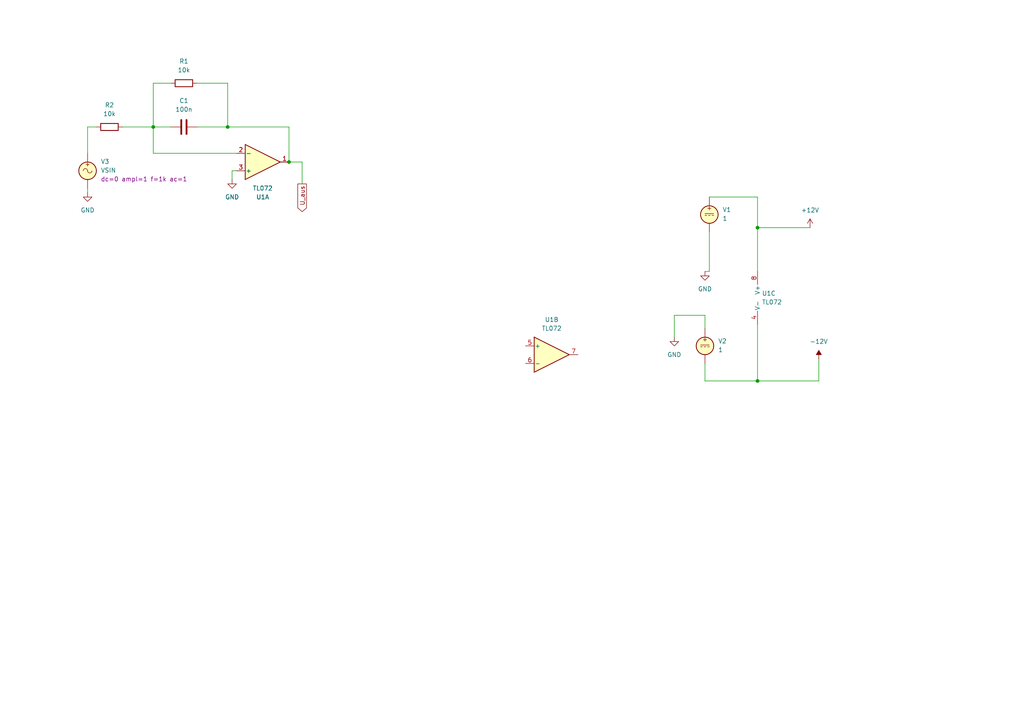
<source format=kicad_sch>
(kicad_sch (version 20230121) (generator eeschema)

  (uuid b35302b3-1aa5-424e-90db-f5cc7fa728aa)

  (paper "A4")

  (lib_symbols
    (symbol "Amplifier_Operational:TL072" (pin_names (offset 0.127)) (in_bom yes) (on_board yes)
      (property "Reference" "U" (at 0 5.08 0)
        (effects (font (size 1.27 1.27)) (justify left))
      )
      (property "Value" "TL072" (at 0 -5.08 0)
        (effects (font (size 1.27 1.27)) (justify left))
      )
      (property "Footprint" "" (at 0 0 0)
        (effects (font (size 1.27 1.27)) hide)
      )
      (property "Datasheet" "http://www.ti.com/lit/ds/symlink/tl071.pdf" (at 0 0 0)
        (effects (font (size 1.27 1.27)) hide)
      )
      (property "ki_locked" "" (at 0 0 0)
        (effects (font (size 1.27 1.27)))
      )
      (property "ki_keywords" "dual opamp" (at 0 0 0)
        (effects (font (size 1.27 1.27)) hide)
      )
      (property "ki_description" "Dual Low-Noise JFET-Input Operational Amplifiers, DIP-8/SOIC-8" (at 0 0 0)
        (effects (font (size 1.27 1.27)) hide)
      )
      (property "ki_fp_filters" "SOIC*3.9x4.9mm*P1.27mm* DIP*W7.62mm* TO*99* OnSemi*Micro8* TSSOP*3x3mm*P0.65mm* TSSOP*4.4x3mm*P0.65mm* MSOP*3x3mm*P0.65mm* SSOP*3.9x4.9mm*P0.635mm* LFCSP*2x2mm*P0.5mm* *SIP* SOIC*5.3x6.2mm*P1.27mm*" (at 0 0 0)
        (effects (font (size 1.27 1.27)) hide)
      )
      (symbol "TL072_1_1"
        (polyline
          (pts
            (xy -5.08 5.08)
            (xy 5.08 0)
            (xy -5.08 -5.08)
            (xy -5.08 5.08)
          )
          (stroke (width 0.254) (type default))
          (fill (type background))
        )
        (pin output line (at 7.62 0 180) (length 2.54)
          (name "~" (effects (font (size 1.27 1.27))))
          (number "1" (effects (font (size 1.27 1.27))))
        )
        (pin input line (at -7.62 -2.54 0) (length 2.54)
          (name "-" (effects (font (size 1.27 1.27))))
          (number "2" (effects (font (size 1.27 1.27))))
        )
        (pin input line (at -7.62 2.54 0) (length 2.54)
          (name "+" (effects (font (size 1.27 1.27))))
          (number "3" (effects (font (size 1.27 1.27))))
        )
      )
      (symbol "TL072_2_1"
        (polyline
          (pts
            (xy -5.08 5.08)
            (xy 5.08 0)
            (xy -5.08 -5.08)
            (xy -5.08 5.08)
          )
          (stroke (width 0.254) (type default))
          (fill (type background))
        )
        (pin input line (at -7.62 2.54 0) (length 2.54)
          (name "+" (effects (font (size 1.27 1.27))))
          (number "5" (effects (font (size 1.27 1.27))))
        )
        (pin input line (at -7.62 -2.54 0) (length 2.54)
          (name "-" (effects (font (size 1.27 1.27))))
          (number "6" (effects (font (size 1.27 1.27))))
        )
        (pin output line (at 7.62 0 180) (length 2.54)
          (name "~" (effects (font (size 1.27 1.27))))
          (number "7" (effects (font (size 1.27 1.27))))
        )
      )
      (symbol "TL072_3_1"
        (pin power_in line (at -2.54 -7.62 90) (length 3.81)
          (name "V-" (effects (font (size 1.27 1.27))))
          (number "4" (effects (font (size 1.27 1.27))))
        )
        (pin power_in line (at -2.54 7.62 270) (length 3.81)
          (name "V+" (effects (font (size 1.27 1.27))))
          (number "8" (effects (font (size 1.27 1.27))))
        )
      )
    )
    (symbol "Device:C" (pin_numbers hide) (pin_names (offset 0.254)) (in_bom yes) (on_board yes)
      (property "Reference" "C" (at 0.635 2.54 0)
        (effects (font (size 1.27 1.27)) (justify left))
      )
      (property "Value" "C" (at 0.635 -2.54 0)
        (effects (font (size 1.27 1.27)) (justify left))
      )
      (property "Footprint" "" (at 0.9652 -3.81 0)
        (effects (font (size 1.27 1.27)) hide)
      )
      (property "Datasheet" "~" (at 0 0 0)
        (effects (font (size 1.27 1.27)) hide)
      )
      (property "ki_keywords" "cap capacitor" (at 0 0 0)
        (effects (font (size 1.27 1.27)) hide)
      )
      (property "ki_description" "Unpolarized capacitor" (at 0 0 0)
        (effects (font (size 1.27 1.27)) hide)
      )
      (property "ki_fp_filters" "C_*" (at 0 0 0)
        (effects (font (size 1.27 1.27)) hide)
      )
      (symbol "C_0_1"
        (polyline
          (pts
            (xy -2.032 -0.762)
            (xy 2.032 -0.762)
          )
          (stroke (width 0.508) (type default))
          (fill (type none))
        )
        (polyline
          (pts
            (xy -2.032 0.762)
            (xy 2.032 0.762)
          )
          (stroke (width 0.508) (type default))
          (fill (type none))
        )
      )
      (symbol "C_1_1"
        (pin passive line (at 0 3.81 270) (length 2.794)
          (name "~" (effects (font (size 1.27 1.27))))
          (number "1" (effects (font (size 1.27 1.27))))
        )
        (pin passive line (at 0 -3.81 90) (length 2.794)
          (name "~" (effects (font (size 1.27 1.27))))
          (number "2" (effects (font (size 1.27 1.27))))
        )
      )
    )
    (symbol "Device:R" (pin_numbers hide) (pin_names (offset 0)) (in_bom yes) (on_board yes)
      (property "Reference" "R" (at 2.032 0 90)
        (effects (font (size 1.27 1.27)))
      )
      (property "Value" "R" (at 0 0 90)
        (effects (font (size 1.27 1.27)))
      )
      (property "Footprint" "" (at -1.778 0 90)
        (effects (font (size 1.27 1.27)) hide)
      )
      (property "Datasheet" "~" (at 0 0 0)
        (effects (font (size 1.27 1.27)) hide)
      )
      (property "ki_keywords" "R res resistor" (at 0 0 0)
        (effects (font (size 1.27 1.27)) hide)
      )
      (property "ki_description" "Resistor" (at 0 0 0)
        (effects (font (size 1.27 1.27)) hide)
      )
      (property "ki_fp_filters" "R_*" (at 0 0 0)
        (effects (font (size 1.27 1.27)) hide)
      )
      (symbol "R_0_1"
        (rectangle (start -1.016 -2.54) (end 1.016 2.54)
          (stroke (width 0.254) (type default))
          (fill (type none))
        )
      )
      (symbol "R_1_1"
        (pin passive line (at 0 3.81 270) (length 1.27)
          (name "~" (effects (font (size 1.27 1.27))))
          (number "1" (effects (font (size 1.27 1.27))))
        )
        (pin passive line (at 0 -3.81 90) (length 1.27)
          (name "~" (effects (font (size 1.27 1.27))))
          (number "2" (effects (font (size 1.27 1.27))))
        )
      )
    )
    (symbol "Simulation_SPICE:VDC" (pin_numbers hide) (pin_names (offset 0.0254)) (in_bom yes) (on_board yes)
      (property "Reference" "V" (at 2.54 2.54 0)
        (effects (font (size 1.27 1.27)) (justify left))
      )
      (property "Value" "1" (at 2.54 0 0)
        (effects (font (size 1.27 1.27)) (justify left))
      )
      (property "Footprint" "" (at 0 0 0)
        (effects (font (size 1.27 1.27)) hide)
      )
      (property "Datasheet" "~" (at 0 0 0)
        (effects (font (size 1.27 1.27)) hide)
      )
      (property "Sim.Pins" "1=+ 2=-" (at 0 0 0)
        (effects (font (size 1.27 1.27)) hide)
      )
      (property "Sim.Type" "DC" (at 0 0 0)
        (effects (font (size 1.27 1.27)) hide)
      )
      (property "Sim.Device" "V" (at 0 0 0)
        (effects (font (size 1.27 1.27)) (justify left) hide)
      )
      (property "ki_keywords" "simulation" (at 0 0 0)
        (effects (font (size 1.27 1.27)) hide)
      )
      (property "ki_description" "Voltage source, DC" (at 0 0 0)
        (effects (font (size 1.27 1.27)) hide)
      )
      (symbol "VDC_0_0"
        (polyline
          (pts
            (xy -1.27 0.254)
            (xy 1.27 0.254)
          )
          (stroke (width 0) (type default))
          (fill (type none))
        )
        (polyline
          (pts
            (xy -0.762 -0.254)
            (xy -1.27 -0.254)
          )
          (stroke (width 0) (type default))
          (fill (type none))
        )
        (polyline
          (pts
            (xy 0.254 -0.254)
            (xy -0.254 -0.254)
          )
          (stroke (width 0) (type default))
          (fill (type none))
        )
        (polyline
          (pts
            (xy 1.27 -0.254)
            (xy 0.762 -0.254)
          )
          (stroke (width 0) (type default))
          (fill (type none))
        )
        (text "+" (at 0 1.905 0)
          (effects (font (size 1.27 1.27)))
        )
      )
      (symbol "VDC_0_1"
        (circle (center 0 0) (radius 2.54)
          (stroke (width 0.254) (type default))
          (fill (type background))
        )
      )
      (symbol "VDC_1_1"
        (pin passive line (at 0 5.08 270) (length 2.54)
          (name "~" (effects (font (size 1.27 1.27))))
          (number "1" (effects (font (size 1.27 1.27))))
        )
        (pin passive line (at 0 -5.08 90) (length 2.54)
          (name "~" (effects (font (size 1.27 1.27))))
          (number "2" (effects (font (size 1.27 1.27))))
        )
      )
    )
    (symbol "Simulation_SPICE:VSIN" (pin_numbers hide) (pin_names (offset 0.0254)) (in_bom yes) (on_board yes)
      (property "Reference" "V" (at 2.54 2.54 0)
        (effects (font (size 1.27 1.27)) (justify left))
      )
      (property "Value" "VSIN" (at 2.54 0 0)
        (effects (font (size 1.27 1.27)) (justify left))
      )
      (property "Footprint" "" (at 0 0 0)
        (effects (font (size 1.27 1.27)) hide)
      )
      (property "Datasheet" "~" (at 0 0 0)
        (effects (font (size 1.27 1.27)) hide)
      )
      (property "Sim.Pins" "1=+ 2=-" (at 0 0 0)
        (effects (font (size 1.27 1.27)) hide)
      )
      (property "Sim.Params" "dc=0 ampl=1 f=1k ac=1" (at 2.54 -2.54 0)
        (effects (font (size 1.27 1.27)) (justify left))
      )
      (property "Sim.Type" "SIN" (at 0 0 0)
        (effects (font (size 1.27 1.27)) hide)
      )
      (property "Sim.Device" "V" (at 0 0 0)
        (effects (font (size 1.27 1.27)) (justify left) hide)
      )
      (property "ki_keywords" "simulation ac vac" (at 0 0 0)
        (effects (font (size 1.27 1.27)) hide)
      )
      (property "ki_description" "Voltage source, sinusoidal" (at 0 0 0)
        (effects (font (size 1.27 1.27)) hide)
      )
      (symbol "VSIN_0_0"
        (arc (start 0 0) (mid -0.635 0.6323) (end -1.27 0)
          (stroke (width 0) (type default))
          (fill (type none))
        )
        (arc (start 0 0) (mid 0.635 -0.6323) (end 1.27 0)
          (stroke (width 0) (type default))
          (fill (type none))
        )
        (text "+" (at 0 1.905 0)
          (effects (font (size 1.27 1.27)))
        )
      )
      (symbol "VSIN_0_1"
        (circle (center 0 0) (radius 2.54)
          (stroke (width 0.254) (type default))
          (fill (type background))
        )
      )
      (symbol "VSIN_1_1"
        (pin passive line (at 0 5.08 270) (length 2.54)
          (name "~" (effects (font (size 1.27 1.27))))
          (number "1" (effects (font (size 1.27 1.27))))
        )
        (pin passive line (at 0 -5.08 90) (length 2.54)
          (name "~" (effects (font (size 1.27 1.27))))
          (number "2" (effects (font (size 1.27 1.27))))
        )
      )
    )
    (symbol "power:+12V" (power) (pin_names (offset 0)) (in_bom yes) (on_board yes)
      (property "Reference" "#PWR" (at 0 -3.81 0)
        (effects (font (size 1.27 1.27)) hide)
      )
      (property "Value" "+12V" (at 0 3.556 0)
        (effects (font (size 1.27 1.27)))
      )
      (property "Footprint" "" (at 0 0 0)
        (effects (font (size 1.27 1.27)) hide)
      )
      (property "Datasheet" "" (at 0 0 0)
        (effects (font (size 1.27 1.27)) hide)
      )
      (property "ki_keywords" "global power" (at 0 0 0)
        (effects (font (size 1.27 1.27)) hide)
      )
      (property "ki_description" "Power symbol creates a global label with name \"+12V\"" (at 0 0 0)
        (effects (font (size 1.27 1.27)) hide)
      )
      (symbol "+12V_0_1"
        (polyline
          (pts
            (xy -0.762 1.27)
            (xy 0 2.54)
          )
          (stroke (width 0) (type default))
          (fill (type none))
        )
        (polyline
          (pts
            (xy 0 0)
            (xy 0 2.54)
          )
          (stroke (width 0) (type default))
          (fill (type none))
        )
        (polyline
          (pts
            (xy 0 2.54)
            (xy 0.762 1.27)
          )
          (stroke (width 0) (type default))
          (fill (type none))
        )
      )
      (symbol "+12V_1_1"
        (pin power_in line (at 0 0 90) (length 0) hide
          (name "+12V" (effects (font (size 1.27 1.27))))
          (number "1" (effects (font (size 1.27 1.27))))
        )
      )
    )
    (symbol "power:-12V" (power) (pin_names (offset 0)) (in_bom yes) (on_board yes)
      (property "Reference" "#PWR" (at 0 2.54 0)
        (effects (font (size 1.27 1.27)) hide)
      )
      (property "Value" "-12V" (at 0 3.81 0)
        (effects (font (size 1.27 1.27)))
      )
      (property "Footprint" "" (at 0 0 0)
        (effects (font (size 1.27 1.27)) hide)
      )
      (property "Datasheet" "" (at 0 0 0)
        (effects (font (size 1.27 1.27)) hide)
      )
      (property "ki_keywords" "global power" (at 0 0 0)
        (effects (font (size 1.27 1.27)) hide)
      )
      (property "ki_description" "Power symbol creates a global label with name \"-12V\"" (at 0 0 0)
        (effects (font (size 1.27 1.27)) hide)
      )
      (symbol "-12V_0_0"
        (pin power_in line (at 0 0 90) (length 0) hide
          (name "-12V" (effects (font (size 1.27 1.27))))
          (number "1" (effects (font (size 1.27 1.27))))
        )
      )
      (symbol "-12V_0_1"
        (polyline
          (pts
            (xy 0 0)
            (xy 0 1.27)
            (xy 0.762 1.27)
            (xy 0 2.54)
            (xy -0.762 1.27)
            (xy 0 1.27)
          )
          (stroke (width 0) (type default))
          (fill (type outline))
        )
      )
    )
    (symbol "power:GND" (power) (pin_names (offset 0)) (in_bom yes) (on_board yes)
      (property "Reference" "#PWR" (at 0 -6.35 0)
        (effects (font (size 1.27 1.27)) hide)
      )
      (property "Value" "GND" (at 0 -3.81 0)
        (effects (font (size 1.27 1.27)))
      )
      (property "Footprint" "" (at 0 0 0)
        (effects (font (size 1.27 1.27)) hide)
      )
      (property "Datasheet" "" (at 0 0 0)
        (effects (font (size 1.27 1.27)) hide)
      )
      (property "ki_keywords" "global power" (at 0 0 0)
        (effects (font (size 1.27 1.27)) hide)
      )
      (property "ki_description" "Power symbol creates a global label with name \"GND\" , ground" (at 0 0 0)
        (effects (font (size 1.27 1.27)) hide)
      )
      (symbol "GND_0_1"
        (polyline
          (pts
            (xy 0 0)
            (xy 0 -1.27)
            (xy 1.27 -1.27)
            (xy 0 -2.54)
            (xy -1.27 -1.27)
            (xy 0 -1.27)
          )
          (stroke (width 0) (type default))
          (fill (type none))
        )
      )
      (symbol "GND_1_1"
        (pin power_in line (at 0 0 270) (length 0) hide
          (name "GND" (effects (font (size 1.27 1.27))))
          (number "1" (effects (font (size 1.27 1.27))))
        )
      )
    )
  )

  (junction (at 83.82 46.99) (diameter 0) (color 0 0 0 0)
    (uuid 2f4c57e7-b8aa-412c-946d-335a3daeaf7a)
  )
  (junction (at 66.04 36.83) (diameter 0) (color 0 0 0 0)
    (uuid 7d00fe75-101e-4fa2-842c-7e26a484b9c2)
  )
  (junction (at 44.45 36.83) (diameter 0) (color 0 0 0 0)
    (uuid 85552932-a483-417b-b2cc-6ad1326e1b5a)
  )
  (junction (at 219.71 66.04) (diameter 0) (color 0 0 0 0)
    (uuid a5630828-7689-4b97-a0ad-d0b2cbc1a523)
  )
  (junction (at 219.71 110.49) (diameter 0) (color 0 0 0 0)
    (uuid dba356ba-c624-4718-bce8-7b455969f408)
  )

  (wire (pts (xy 219.71 93.98) (xy 219.71 110.49))
    (stroke (width 0) (type default))
    (uuid 0374a3cd-b30b-42fe-bfa6-82a1a93be16e)
  )
  (wire (pts (xy 219.71 66.04) (xy 219.71 78.74))
    (stroke (width 0) (type default))
    (uuid 08e8276b-d8a8-4b4e-843e-742a8d957748)
  )
  (wire (pts (xy 67.31 49.53) (xy 67.31 52.07))
    (stroke (width 0) (type default))
    (uuid 0e1db4fa-68ac-451b-a7b1-a98b9a750f3e)
  )
  (wire (pts (xy 205.74 67.31) (xy 205.74 78.74))
    (stroke (width 0) (type default))
    (uuid 136041ae-df53-4671-9d1f-ae0b41fb7523)
  )
  (wire (pts (xy 66.04 24.13) (xy 66.04 36.83))
    (stroke (width 0) (type default))
    (uuid 1b16ec24-d335-4afd-8fb9-da588aedc27b)
  )
  (wire (pts (xy 195.58 91.44) (xy 204.47 91.44))
    (stroke (width 0) (type default))
    (uuid 2bc31e9f-532f-4edf-ab21-dd20bca4504e)
  )
  (wire (pts (xy 68.58 49.53) (xy 67.31 49.53))
    (stroke (width 0) (type default))
    (uuid 3b7b47a6-b7a2-432a-b744-13c679e8a8a8)
  )
  (wire (pts (xy 25.4 44.45) (xy 25.4 36.83))
    (stroke (width 0) (type default))
    (uuid 3c050c3c-3a6d-4df6-b11d-12f26f6a8072)
  )
  (wire (pts (xy 87.63 53.34) (xy 87.63 46.99))
    (stroke (width 0) (type default))
    (uuid 3cb93c61-b4e5-4b93-94b7-df87113de55e)
  )
  (wire (pts (xy 25.4 36.83) (xy 27.94 36.83))
    (stroke (width 0) (type default))
    (uuid 53b6def5-4807-4f25-a564-30204320a457)
  )
  (wire (pts (xy 35.56 36.83) (xy 44.45 36.83))
    (stroke (width 0) (type default))
    (uuid 58a98d26-8cf3-4292-a1c0-ea92c23bb43a)
  )
  (wire (pts (xy 57.15 24.13) (xy 66.04 24.13))
    (stroke (width 0) (type default))
    (uuid 60c267a8-e138-459f-a704-e226f342a225)
  )
  (wire (pts (xy 219.71 57.15) (xy 219.71 66.04))
    (stroke (width 0) (type default))
    (uuid 75c60956-82c2-402f-b1e4-d6c1b1da5803)
  )
  (wire (pts (xy 204.47 105.41) (xy 204.47 110.49))
    (stroke (width 0) (type default))
    (uuid 86225915-d1ae-4d7e-bf66-20e72c478d37)
  )
  (wire (pts (xy 25.4 54.61) (xy 25.4 55.88))
    (stroke (width 0) (type default))
    (uuid 925a1746-652b-4398-9932-a5ff2c8cdd08)
  )
  (wire (pts (xy 44.45 24.13) (xy 44.45 36.83))
    (stroke (width 0) (type default))
    (uuid 9896c0c1-aa4d-402f-b7d4-20e3d5a76c60)
  )
  (wire (pts (xy 195.58 97.79) (xy 195.58 91.44))
    (stroke (width 0) (type default))
    (uuid 9ed1ace5-2d47-4584-b3cf-f0e5215a243b)
  )
  (wire (pts (xy 87.63 46.99) (xy 83.82 46.99))
    (stroke (width 0) (type default))
    (uuid 9f925df9-abac-4c77-b4ed-0489db8d138f)
  )
  (wire (pts (xy 237.49 104.14) (xy 237.49 110.49))
    (stroke (width 0) (type default))
    (uuid a20e497f-eef1-440f-abd8-b107816991c0)
  )
  (wire (pts (xy 204.47 110.49) (xy 219.71 110.49))
    (stroke (width 0) (type default))
    (uuid a78de50b-0997-4128-b16d-b166abfda587)
  )
  (wire (pts (xy 44.45 36.83) (xy 49.53 36.83))
    (stroke (width 0) (type default))
    (uuid ab2c6c6a-68d6-4436-bc0e-d14ab782e337)
  )
  (wire (pts (xy 205.74 57.15) (xy 219.71 57.15))
    (stroke (width 0) (type default))
    (uuid ac35b778-940f-4379-88cb-54147a366a3d)
  )
  (wire (pts (xy 83.82 46.99) (xy 83.82 36.83))
    (stroke (width 0) (type default))
    (uuid b24fd36d-2353-4c09-80b8-18baeedc5bb9)
  )
  (wire (pts (xy 205.74 78.74) (xy 204.47 78.74))
    (stroke (width 0) (type default))
    (uuid b320747e-9bb8-48a0-b5be-0eb7241b0347)
  )
  (wire (pts (xy 44.45 44.45) (xy 44.45 36.83))
    (stroke (width 0) (type default))
    (uuid bb799281-b2fe-4e16-a57b-fa6cbe35766d)
  )
  (wire (pts (xy 204.47 91.44) (xy 204.47 95.25))
    (stroke (width 0) (type default))
    (uuid c422abba-f4fe-4a37-a5a2-daa4b55517c3)
  )
  (wire (pts (xy 44.45 44.45) (xy 68.58 44.45))
    (stroke (width 0) (type default))
    (uuid ce47ed80-e280-4631-a831-388dcc4a1885)
  )
  (wire (pts (xy 234.95 66.04) (xy 219.71 66.04))
    (stroke (width 0) (type default))
    (uuid d686c4a6-2df3-47ac-9128-956411154f27)
  )
  (wire (pts (xy 66.04 36.83) (xy 83.82 36.83))
    (stroke (width 0) (type default))
    (uuid d692aeb2-00d8-43ab-a383-0a64304d78f8)
  )
  (wire (pts (xy 57.15 36.83) (xy 66.04 36.83))
    (stroke (width 0) (type default))
    (uuid dae1f0cd-0bdf-4fdb-b15e-f2a631d08960)
  )
  (wire (pts (xy 219.71 110.49) (xy 237.49 110.49))
    (stroke (width 0) (type default))
    (uuid ed191166-bb5f-43f8-996c-d9fac0bc879f)
  )
  (wire (pts (xy 49.53 24.13) (xy 44.45 24.13))
    (stroke (width 0) (type default))
    (uuid f3499c26-18ad-4952-a12b-f5ef847bc6b0)
  )

  (global_label "U_aus" (shape output) (at 87.63 53.34 270) (fields_autoplaced)
    (effects (font (size 1.27 1.27)) (justify right))
    (uuid e0eb98a4-4f6b-4158-97db-c02b11f7e634)
    (property "Intersheetrefs" "${INTERSHEET_REFS}" (at 87.63 61.9494 90)
      (effects (font (size 1.27 1.27)) (justify right) hide)
    )
  )

  (symbol (lib_id "Simulation_SPICE:VDC") (at 204.47 100.33 0) (unit 1)
    (in_bom yes) (on_board yes) (dnp no) (fields_autoplaced)
    (uuid 113d6512-223c-4c04-84dd-a3a850af6c4b)
    (property "Reference" "V2" (at 208.28 98.9302 0)
      (effects (font (size 1.27 1.27)) (justify left))
    )
    (property "Value" "1" (at 208.28 101.4702 0)
      (effects (font (size 1.27 1.27)) (justify left))
    )
    (property "Footprint" "" (at 204.47 100.33 0)
      (effects (font (size 1.27 1.27)) hide)
    )
    (property "Datasheet" "~" (at 204.47 100.33 0)
      (effects (font (size 1.27 1.27)) hide)
    )
    (property "Sim.Pins" "1=+ 2=-" (at 204.47 100.33 0)
      (effects (font (size 1.27 1.27)) hide)
    )
    (property "Sim.Type" "DC" (at 204.47 100.33 0)
      (effects (font (size 1.27 1.27)) hide)
    )
    (property "Sim.Device" "V" (at 204.47 100.33 0)
      (effects (font (size 1.27 1.27)) (justify left) hide)
    )
    (pin "2" (uuid c50c0891-4acc-43e3-9126-c78092b37a03))
    (pin "1" (uuid ff971652-b40c-4f81-a535-65d8ec67796c))
    (instances
      (project "TiefpassAktiv"
        (path "/b35302b3-1aa5-424e-90db-f5cc7fa728aa"
          (reference "V2") (unit 1)
        )
      )
    )
  )

  (symbol (lib_id "power:GND") (at 25.4 55.88 0) (unit 1)
    (in_bom yes) (on_board yes) (dnp no) (fields_autoplaced)
    (uuid 200a7fc5-ca17-4da0-8f9e-636af09fad05)
    (property "Reference" "#PWR03" (at 25.4 62.23 0)
      (effects (font (size 1.27 1.27)) hide)
    )
    (property "Value" "GND" (at 25.4 60.96 0)
      (effects (font (size 1.27 1.27)))
    )
    (property "Footprint" "" (at 25.4 55.88 0)
      (effects (font (size 1.27 1.27)) hide)
    )
    (property "Datasheet" "" (at 25.4 55.88 0)
      (effects (font (size 1.27 1.27)) hide)
    )
    (pin "1" (uuid 423e5fab-fb73-4a20-b68d-fbbada6a34b8))
    (instances
      (project "TiefpassAktiv"
        (path "/b35302b3-1aa5-424e-90db-f5cc7fa728aa"
          (reference "#PWR03") (unit 1)
        )
      )
    )
  )

  (symbol (lib_id "Device:R") (at 53.34 24.13 90) (unit 1)
    (in_bom yes) (on_board yes) (dnp no) (fields_autoplaced)
    (uuid 20d11dba-40dc-4ac5-8c5f-8b7b4e8c8b39)
    (property "Reference" "R1" (at 53.34 17.78 90)
      (effects (font (size 1.27 1.27)))
    )
    (property "Value" "10k" (at 53.34 20.32 90)
      (effects (font (size 1.27 1.27)))
    )
    (property "Footprint" "" (at 53.34 25.908 90)
      (effects (font (size 1.27 1.27)) hide)
    )
    (property "Datasheet" "~" (at 53.34 24.13 0)
      (effects (font (size 1.27 1.27)) hide)
    )
    (pin "2" (uuid d103e0d3-4030-49a4-a2c9-e2ed626cc660))
    (pin "1" (uuid a5fac6ce-2488-4951-a542-5481ffdfa56b))
    (instances
      (project "TiefpassAktiv"
        (path "/b35302b3-1aa5-424e-90db-f5cc7fa728aa"
          (reference "R1") (unit 1)
        )
      )
    )
  )

  (symbol (lib_id "Simulation_SPICE:VDC") (at 205.74 62.23 0) (unit 1)
    (in_bom yes) (on_board yes) (dnp no) (fields_autoplaced)
    (uuid 23ab169e-d387-4e2d-9a48-003cdab5503c)
    (property "Reference" "V1" (at 209.55 60.8302 0)
      (effects (font (size 1.27 1.27)) (justify left))
    )
    (property "Value" "1" (at 209.55 63.3702 0)
      (effects (font (size 1.27 1.27)) (justify left))
    )
    (property "Footprint" "" (at 205.74 62.23 0)
      (effects (font (size 1.27 1.27)) hide)
    )
    (property "Datasheet" "~" (at 205.74 62.23 0)
      (effects (font (size 1.27 1.27)) hide)
    )
    (property "Sim.Pins" "1=+ 2=-" (at 205.74 62.23 0)
      (effects (font (size 1.27 1.27)) hide)
    )
    (property "Sim.Type" "DC" (at 205.74 62.23 0)
      (effects (font (size 1.27 1.27)) hide)
    )
    (property "Sim.Device" "V" (at 205.74 62.23 0)
      (effects (font (size 1.27 1.27)) (justify left) hide)
    )
    (pin "2" (uuid aad311b6-7f47-49f5-952a-e818f5713edc))
    (pin "1" (uuid 72290c95-1fa9-4dab-b990-6d8fd493df53))
    (instances
      (project "TiefpassAktiv"
        (path "/b35302b3-1aa5-424e-90db-f5cc7fa728aa"
          (reference "V1") (unit 1)
        )
      )
    )
  )

  (symbol (lib_id "Device:C") (at 53.34 36.83 90) (unit 1)
    (in_bom yes) (on_board yes) (dnp no) (fields_autoplaced)
    (uuid 3c4798b9-0895-4048-b10d-edcfbedb78d3)
    (property "Reference" "C1" (at 53.34 29.21 90)
      (effects (font (size 1.27 1.27)))
    )
    (property "Value" "100n" (at 53.34 31.75 90)
      (effects (font (size 1.27 1.27)))
    )
    (property "Footprint" "" (at 57.15 35.8648 0)
      (effects (font (size 1.27 1.27)) hide)
    )
    (property "Datasheet" "~" (at 53.34 36.83 0)
      (effects (font (size 1.27 1.27)) hide)
    )
    (pin "2" (uuid 1baef556-7191-4af3-8f29-8511ffc86858))
    (pin "1" (uuid 7482db6f-4d08-4a66-8e5a-e2d5a544c3b1))
    (instances
      (project "TiefpassAktiv"
        (path "/b35302b3-1aa5-424e-90db-f5cc7fa728aa"
          (reference "C1") (unit 1)
        )
      )
    )
  )

  (symbol (lib_id "Amplifier_Operational:TL072") (at 222.25 86.36 0) (unit 3)
    (in_bom yes) (on_board yes) (dnp no) (fields_autoplaced)
    (uuid 406a98c9-331b-447b-b8d3-23bd0edcc3c0)
    (property "Reference" "U1" (at 220.98 85.09 0)
      (effects (font (size 1.27 1.27)) (justify left))
    )
    (property "Value" "TL072" (at 220.98 87.63 0)
      (effects (font (size 1.27 1.27)) (justify left))
    )
    (property "Footprint" "" (at 222.25 86.36 0)
      (effects (font (size 1.27 1.27)) hide)
    )
    (property "Datasheet" "http://www.ti.com/lit/ds/symlink/tl071.pdf" (at 222.25 86.36 0)
      (effects (font (size 1.27 1.27)) hide)
    )
    (property "Sim.Library" "TL072-dual.lib" (at 222.25 86.36 0)
      (effects (font (size 1.27 1.27)) hide)
    )
    (property "Sim.Name" "TL072c" (at 222.25 86.36 0)
      (effects (font (size 1.27 1.27)) hide)
    )
    (property "Sim.Device" "SUBCKT" (at 222.25 86.36 0)
      (effects (font (size 1.27 1.27)) hide)
    )
    (property "Sim.Pins" "1=1out 2=1in- 3=1in+ 4=vcc- 5=2in+ 6=2in- 7=2out 8=vcc+" (at 222.25 86.36 0)
      (effects (font (size 1.27 1.27)) hide)
    )
    (pin "1" (uuid 4656fd70-2ca1-49ec-9f89-156c6fbe8875))
    (pin "6" (uuid 66a902a4-9b01-46de-9f50-c96184fd7914))
    (pin "4" (uuid edecfdde-6efa-4657-8c48-24a746d61dfe))
    (pin "3" (uuid b467f47e-a94f-48f3-bfa9-10981c35931b))
    (pin "2" (uuid 4c86c15a-29ab-427c-9fdf-c10e912adc12))
    (pin "5" (uuid 01d2a251-e2ca-4137-97ff-c60209863518))
    (pin "8" (uuid 4af78e3b-c301-4034-bb4a-f9e4278a45a6))
    (pin "7" (uuid 86a2f517-de06-400b-9888-a463ad573733))
    (instances
      (project "TiefpassAktiv"
        (path "/b35302b3-1aa5-424e-90db-f5cc7fa728aa"
          (reference "U1") (unit 3)
        )
      )
    )
  )

  (symbol (lib_id "Amplifier_Operational:TL072") (at 76.2 46.99 0) (mirror x) (unit 1)
    (in_bom yes) (on_board yes) (dnp no)
    (uuid 4ecd0a30-07e8-4620-81fb-ddcd394adb37)
    (property "Reference" "U1" (at 76.2 57.15 0)
      (effects (font (size 1.27 1.27)))
    )
    (property "Value" "TL072" (at 76.2 54.61 0)
      (effects (font (size 1.27 1.27)))
    )
    (property "Footprint" "" (at 76.2 46.99 0)
      (effects (font (size 1.27 1.27)) hide)
    )
    (property "Datasheet" "http://www.ti.com/lit/ds/symlink/tl071.pdf" (at 76.2 46.99 0)
      (effects (font (size 1.27 1.27)) hide)
    )
    (property "Sim.Library" "TL072-dual.lib" (at 76.2 46.99 0)
      (effects (font (size 1.27 1.27)) hide)
    )
    (property "Sim.Name" "TL072c" (at 76.2 46.99 0)
      (effects (font (size 1.27 1.27)) hide)
    )
    (property "Sim.Device" "SUBCKT" (at 76.2 46.99 0)
      (effects (font (size 1.27 1.27)) hide)
    )
    (property "Sim.Pins" "1=1out 2=1in- 3=1in+ 4=vcc- 5=2in+ 6=2in- 7=2out 8=vcc+" (at 76.2 46.99 0)
      (effects (font (size 1.27 1.27)) hide)
    )
    (pin "1" (uuid 4656fd70-2ca1-49ec-9f89-156c6fbe8875))
    (pin "6" (uuid 66a902a4-9b01-46de-9f50-c96184fd7914))
    (pin "4" (uuid edecfdde-6efa-4657-8c48-24a746d61dfe))
    (pin "3" (uuid b467f47e-a94f-48f3-bfa9-10981c35931b))
    (pin "2" (uuid 4c86c15a-29ab-427c-9fdf-c10e912adc12))
    (pin "5" (uuid 01d2a251-e2ca-4137-97ff-c60209863518))
    (pin "8" (uuid 4af78e3b-c301-4034-bb4a-f9e4278a45a6))
    (pin "7" (uuid 86a2f517-de06-400b-9888-a463ad573733))
    (instances
      (project "TiefpassAktiv"
        (path "/b35302b3-1aa5-424e-90db-f5cc7fa728aa"
          (reference "U1") (unit 1)
        )
      )
    )
  )

  (symbol (lib_id "power:GND") (at 195.58 97.79 0) (unit 1)
    (in_bom yes) (on_board yes) (dnp no) (fields_autoplaced)
    (uuid 53d49d62-da46-4d8c-9050-9238e6d0a4b7)
    (property "Reference" "#PWR05" (at 195.58 104.14 0)
      (effects (font (size 1.27 1.27)) hide)
    )
    (property "Value" "GND" (at 195.58 102.87 0)
      (effects (font (size 1.27 1.27)))
    )
    (property "Footprint" "" (at 195.58 97.79 0)
      (effects (font (size 1.27 1.27)) hide)
    )
    (property "Datasheet" "" (at 195.58 97.79 0)
      (effects (font (size 1.27 1.27)) hide)
    )
    (pin "1" (uuid 30dbd14b-1221-4321-8b39-98df422cbe2f))
    (instances
      (project "TiefpassAktiv"
        (path "/b35302b3-1aa5-424e-90db-f5cc7fa728aa"
          (reference "#PWR05") (unit 1)
        )
      )
    )
  )

  (symbol (lib_id "Device:R") (at 31.75 36.83 90) (unit 1)
    (in_bom yes) (on_board yes) (dnp no) (fields_autoplaced)
    (uuid 66747895-0d41-4bd1-af98-a77d352ef739)
    (property "Reference" "R2" (at 31.75 30.48 90)
      (effects (font (size 1.27 1.27)))
    )
    (property "Value" "10k" (at 31.75 33.02 90)
      (effects (font (size 1.27 1.27)))
    )
    (property "Footprint" "" (at 31.75 38.608 90)
      (effects (font (size 1.27 1.27)) hide)
    )
    (property "Datasheet" "~" (at 31.75 36.83 0)
      (effects (font (size 1.27 1.27)) hide)
    )
    (pin "2" (uuid b097846e-f81d-47d4-a785-57fc61dfd2a3))
    (pin "1" (uuid 22f2c4fa-1140-41bf-b6af-fe590be905f1))
    (instances
      (project "TiefpassAktiv"
        (path "/b35302b3-1aa5-424e-90db-f5cc7fa728aa"
          (reference "R2") (unit 1)
        )
      )
    )
  )

  (symbol (lib_id "power:+12V") (at 234.95 66.04 0) (unit 1)
    (in_bom yes) (on_board yes) (dnp no) (fields_autoplaced)
    (uuid 6f08f0cf-0e4c-4a64-bdf3-d28228caa667)
    (property "Reference" "#PWR01" (at 234.95 69.85 0)
      (effects (font (size 1.27 1.27)) hide)
    )
    (property "Value" "+12V" (at 234.95 60.96 0)
      (effects (font (size 1.27 1.27)))
    )
    (property "Footprint" "" (at 234.95 66.04 0)
      (effects (font (size 1.27 1.27)) hide)
    )
    (property "Datasheet" "" (at 234.95 66.04 0)
      (effects (font (size 1.27 1.27)) hide)
    )
    (pin "1" (uuid 139727b0-27db-4eed-8c8f-b0789fff1be8))
    (instances
      (project "TiefpassAktiv"
        (path "/b35302b3-1aa5-424e-90db-f5cc7fa728aa"
          (reference "#PWR01") (unit 1)
        )
      )
    )
  )

  (symbol (lib_id "power:-12V") (at 237.49 104.14 0) (unit 1)
    (in_bom yes) (on_board yes) (dnp no) (fields_autoplaced)
    (uuid 9e8a99e9-dd9f-4416-8099-b15e4ff9d81a)
    (property "Reference" "#PWR02" (at 237.49 101.6 0)
      (effects (font (size 1.27 1.27)) hide)
    )
    (property "Value" "-12V" (at 237.49 99.06 0)
      (effects (font (size 1.27 1.27)))
    )
    (property "Footprint" "" (at 237.49 104.14 0)
      (effects (font (size 1.27 1.27)) hide)
    )
    (property "Datasheet" "" (at 237.49 104.14 0)
      (effects (font (size 1.27 1.27)) hide)
    )
    (pin "1" (uuid 3a34caca-e684-4f6e-93c2-34a3382457be))
    (instances
      (project "TiefpassAktiv"
        (path "/b35302b3-1aa5-424e-90db-f5cc7fa728aa"
          (reference "#PWR02") (unit 1)
        )
      )
    )
  )

  (symbol (lib_id "Amplifier_Operational:TL072") (at 160.02 102.87 0) (unit 2)
    (in_bom yes) (on_board yes) (dnp no) (fields_autoplaced)
    (uuid a91e533b-b755-4be1-8f13-aeb2aaedf36b)
    (property "Reference" "U1" (at 160.02 92.71 0)
      (effects (font (size 1.27 1.27)))
    )
    (property "Value" "TL072" (at 160.02 95.25 0)
      (effects (font (size 1.27 1.27)))
    )
    (property "Footprint" "" (at 160.02 102.87 0)
      (effects (font (size 1.27 1.27)) hide)
    )
    (property "Datasheet" "http://www.ti.com/lit/ds/symlink/tl071.pdf" (at 160.02 102.87 0)
      (effects (font (size 1.27 1.27)) hide)
    )
    (property "Sim.Library" "TL072-dual.lib" (at 160.02 102.87 0)
      (effects (font (size 1.27 1.27)) hide)
    )
    (property "Sim.Name" "TL072c" (at 160.02 102.87 0)
      (effects (font (size 1.27 1.27)) hide)
    )
    (property "Sim.Device" "SUBCKT" (at 160.02 102.87 0)
      (effects (font (size 1.27 1.27)) hide)
    )
    (property "Sim.Pins" "1=1out 2=1in- 3=1in+ 4=vcc- 5=2in+ 6=2in- 7=2out 8=vcc+" (at 160.02 102.87 0)
      (effects (font (size 1.27 1.27)) hide)
    )
    (pin "1" (uuid 4656fd70-2ca1-49ec-9f89-156c6fbe8875))
    (pin "6" (uuid 66a902a4-9b01-46de-9f50-c96184fd7914))
    (pin "4" (uuid edecfdde-6efa-4657-8c48-24a746d61dfe))
    (pin "3" (uuid b467f47e-a94f-48f3-bfa9-10981c35931b))
    (pin "2" (uuid 4c86c15a-29ab-427c-9fdf-c10e912adc12))
    (pin "5" (uuid 01d2a251-e2ca-4137-97ff-c60209863518))
    (pin "8" (uuid 4af78e3b-c301-4034-bb4a-f9e4278a45a6))
    (pin "7" (uuid 86a2f517-de06-400b-9888-a463ad573733))
    (instances
      (project "TiefpassAktiv"
        (path "/b35302b3-1aa5-424e-90db-f5cc7fa728aa"
          (reference "U1") (unit 2)
        )
      )
    )
  )

  (symbol (lib_id "power:GND") (at 67.31 52.07 0) (unit 1)
    (in_bom yes) (on_board yes) (dnp no) (fields_autoplaced)
    (uuid bd0e8c65-1625-41e6-97c4-d5a58093fd48)
    (property "Reference" "#PWR06" (at 67.31 58.42 0)
      (effects (font (size 1.27 1.27)) hide)
    )
    (property "Value" "GND" (at 67.31 57.15 0)
      (effects (font (size 1.27 1.27)))
    )
    (property "Footprint" "" (at 67.31 52.07 0)
      (effects (font (size 1.27 1.27)) hide)
    )
    (property "Datasheet" "" (at 67.31 52.07 0)
      (effects (font (size 1.27 1.27)) hide)
    )
    (pin "1" (uuid 81ecb59a-50f0-4a94-889b-f82fa33800f1))
    (instances
      (project "TiefpassAktiv"
        (path "/b35302b3-1aa5-424e-90db-f5cc7fa728aa"
          (reference "#PWR06") (unit 1)
        )
      )
    )
  )

  (symbol (lib_id "Simulation_SPICE:VSIN") (at 25.4 49.53 0) (unit 1)
    (in_bom yes) (on_board yes) (dnp no) (fields_autoplaced)
    (uuid d756fa81-02dd-4360-96e5-c7e0da222d31)
    (property "Reference" "V3" (at 29.21 46.8602 0)
      (effects (font (size 1.27 1.27)) (justify left))
    )
    (property "Value" "VSIN" (at 29.21 49.4002 0)
      (effects (font (size 1.27 1.27)) (justify left))
    )
    (property "Footprint" "" (at 25.4 49.53 0)
      (effects (font (size 1.27 1.27)) hide)
    )
    (property "Datasheet" "~" (at 25.4 49.53 0)
      (effects (font (size 1.27 1.27)) hide)
    )
    (property "Sim.Pins" "1=+ 2=-" (at 25.4 49.53 0)
      (effects (font (size 1.27 1.27)) hide)
    )
    (property "Sim.Params" "dc=0 ampl=1 f=1k ac=1" (at 29.21 51.9402 0)
      (effects (font (size 1.27 1.27)) (justify left))
    )
    (property "Sim.Type" "SIN" (at 25.4 49.53 0)
      (effects (font (size 1.27 1.27)) hide)
    )
    (property "Sim.Device" "V" (at 25.4 49.53 0)
      (effects (font (size 1.27 1.27)) (justify left) hide)
    )
    (pin "1" (uuid 355521e9-cd74-4ba5-8e47-a4df6a10727b))
    (pin "2" (uuid d55e4e70-6b38-424a-aef6-89b4c6f95929))
    (instances
      (project "TiefpassAktiv"
        (path "/b35302b3-1aa5-424e-90db-f5cc7fa728aa"
          (reference "V3") (unit 1)
        )
      )
    )
  )

  (symbol (lib_id "power:GND") (at 204.47 78.74 0) (unit 1)
    (in_bom yes) (on_board yes) (dnp no) (fields_autoplaced)
    (uuid daae4f23-4cc1-464a-a862-54e6d3ed0061)
    (property "Reference" "#PWR04" (at 204.47 85.09 0)
      (effects (font (size 1.27 1.27)) hide)
    )
    (property "Value" "GND" (at 204.47 83.82 0)
      (effects (font (size 1.27 1.27)))
    )
    (property "Footprint" "" (at 204.47 78.74 0)
      (effects (font (size 1.27 1.27)) hide)
    )
    (property "Datasheet" "" (at 204.47 78.74 0)
      (effects (font (size 1.27 1.27)) hide)
    )
    (pin "1" (uuid 3864f366-7af5-4c59-a7e1-25b1db748aac))
    (instances
      (project "TiefpassAktiv"
        (path "/b35302b3-1aa5-424e-90db-f5cc7fa728aa"
          (reference "#PWR04") (unit 1)
        )
      )
    )
  )

  (sheet_instances
    (path "/" (page "1"))
  )
)

</source>
